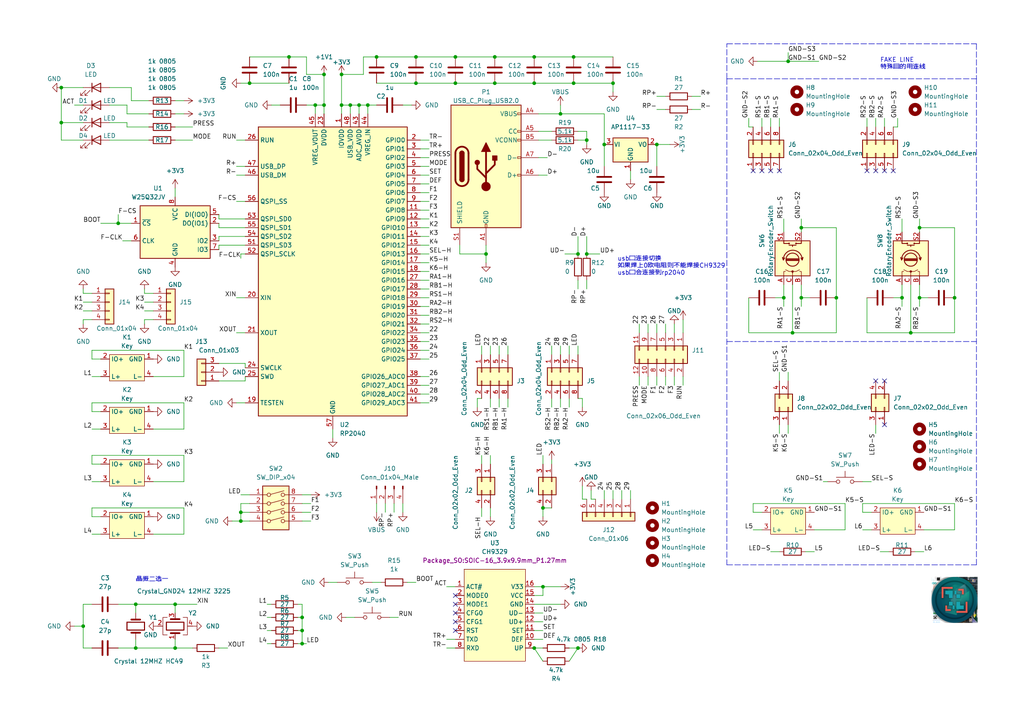
<source format=kicad_sch>
(kicad_sch (version 20211123) (generator eeschema)
  (paper "A4")
  (title_block (title "RKD-main-typec") (date "2023-01-30") (rev "35") (company "PCX-LK") (comment 1 "https://github.com/PCX-LK/RKD"))
  (junction (at 266.7 66.04))
  (junction (at 167.64 187.96))
  (junction (at 261.62 86.36))
  (junction (at 154.94 16.51))
  (junction (at 99.06 30.48))
  (junction (at 166.37 16.51))
  (junction (at 242.57 86.36))
  (junction (at 109.22 16.51))
  (junction (at 276.86 86.36))
  (junction (at 166.37 24.13))
  (junction (at 157.48 170.18))
  (junction (at 228.6 17.78))
  (junction (at 83.82 16.51))
  (junction (at 91.44 30.48))
  (junction (at 120.65 16.51))
  (junction (at 229.87 96.52))
  (junction (at 24.13 181.61))
  (junction (at 93.98 30.48))
  (junction (at 170.18 73.66))
  (junction (at 177.8 24.13))
  (junction (at 39.37 175.26))
  (junction (at 93.98 21.59))
  (junction (at 175.26 41.91))
  (junction (at 69.85 151.13))
  (junction (at 104.14 30.48))
  (junction (at 17.78 25.4))
  (junction (at 143.51 16.51))
  (junction (at 69.85 148.59))
  (junction (at 143.51 24.13))
  (junction (at 167.64 73.66))
  (junction (at 132.08 16.51))
  (junction (at 162.56 33.02))
  (junction (at 87.63 186.69))
  (junction (at 72.39 24.13))
  (junction (at 87.63 179.07))
  (junction (at 99.06 21.59))
  (junction (at 264.16 96.52))
  (junction (at 227.33 86.36))
  (junction (at 87.63 182.88))
  (junction (at 170.18 40.64))
  (junction (at 154.94 187.96))
  (junction (at 106.68 30.48))
  (junction (at 232.41 66.04))
  (junction (at 132.08 24.13))
  (junction (at 34.29 64.77))
  (junction (at 17.78 35.56))
  (junction (at 190.5 41.91))
  (junction (at 157.48 147.32))
  (junction (at 232.41 86.36))
  (junction (at 50.8 175.26))
  (junction (at 101.6 30.48))
  (junction (at 154.94 24.13))
  (junction (at 120.65 24.13))
  (junction (at 140.97 73.66))
  (junction (at 50.8 187.96))
  (junction (at 39.37 187.96))
  (junction (at 266.7 86.36))
  (no_connect (at 223.52 49.53))
  (no_connect (at 256.54 49.53))
  (no_connect (at 259.08 49.53))
  (no_connect (at 254 49.53))
  (no_connect (at 218.44 49.53))
  (no_connect (at 132.08 180.34))
  (no_connect (at 132.08 172.72))
  (no_connect (at 132.08 175.26))
  (no_connect (at 132.08 177.8))
  (no_connect (at 254 110.49))
  (no_connect (at 256.54 123.19))
  (no_connect (at 220.98 49.53))
  (no_connect (at 226.06 49.53))
  (no_connect (at 132.08 182.88))
  (no_connect (at 251.46 49.53))
  (no_connect (at 256.54 110.49))
  (wire (pts (xy 172.72 144.78) (xy 171.45 144.78)))
  (wire (pts (xy 29.21 149.86) (xy 26.67 149.86)))
  (polyline (pts (xy 210.82 99.06) (xy 283.21 99.06)))
  (wire (pts (xy 139.7 132.08) (xy 139.7 134.62)))
  (wire (pts (xy 109.22 146.05) (xy 109.22 148.59)))
  (wire (pts (xy 77.47 186.69) (xy 78.74 186.69)))
  (polyline (pts (xy 283.21 12.7) (xy 283.21 22.86)))
  (wire (pts (xy 170.18 38.1) (xy 170.18 40.64)))
  (wire (pts (xy 144.78 115.57) (xy 144.78 118.11)))
  (wire (pts (xy 276.86 86.36) (xy 276.86 96.52)))
  (wire (pts (xy 63.5 64.77) (xy 63.5 66.04)))
  (wire (pts (xy 260.35 36.83) (xy 260.35 34.29)))
  (wire (pts (xy 228.6 125.73) (xy 228.6 123.19)))
  (wire (pts (xy 121.92 60.96) (xy 124.46 60.96)))
  (wire (pts (xy 121.92 88.9) (xy 124.46 88.9)))
  (wire (pts (xy 143.51 16.51) (xy 154.94 16.51)))
  (wire (pts (xy 167.64 38.1) (xy 170.18 38.1)))
  (wire (pts (xy 72.39 24.13) (xy 83.82 24.13)))
  (wire (pts (xy 87.63 143.51) (xy 90.17 143.51)))
  (wire (pts (xy 226.06 36.83) (xy 226.06 34.29)))
  (wire (pts (xy 109.22 16.51) (xy 120.65 16.51)))
  (wire (pts (xy 166.37 24.13) (xy 177.8 24.13)))
  (wire (pts (xy 26.67 85.09) (xy 24.13 85.09)))
  (wire (pts (xy 26.67 104.14) (xy 26.67 101.6)))
  (wire (pts (xy 264.16 82.55) (xy 264.16 96.52)))
  (wire (pts (xy 266.7 86.36) (xy 266.7 82.55)))
  (wire (pts (xy 88.9 21.59) (xy 93.98 21.59)))
  (wire (pts (xy 63.5 105.41) (xy 71.12 105.41)))
  (wire (pts (xy 50.8 187.96) (xy 55.88 187.96)))
  (wire (pts (xy 140.97 71.12) (xy 140.97 73.66)))
  (wire (pts (xy 86.36 182.88) (xy 87.63 182.88)))
  (wire (pts (xy 223.52 36.83) (xy 223.52 34.29)))
  (wire (pts (xy 232.41 66.04) (xy 232.41 67.31)))
  (wire (pts (xy 36.83 33.02) (xy 43.18 33.02)))
  (wire (pts (xy 53.34 154.94) (xy 44.45 154.94)))
  (wire (pts (xy 223.52 160.02) (xy 226.06 160.02)))
  (wire (pts (xy 227.33 86.36) (xy 227.33 82.55)))
  (wire (pts (xy 63.5 71.12) (xy 71.12 71.12)))
  (wire (pts (xy 67.31 151.13) (xy 69.85 151.13)))
  (wire (pts (xy 87.63 182.88) (xy 87.63 179.07)))
  (wire (pts (xy 242.57 66.04) (xy 242.57 86.36)))
  (wire (pts (xy 36.83 30.48) (xy 36.83 33.02)))
  (wire (pts (xy 142.24 149.86) (xy 142.24 147.32)))
  (wire (pts (xy 121.92 71.12) (xy 124.46 71.12)))
  (wire (pts (xy 140.97 73.66) (xy 140.97 76.2)))
  (wire (pts (xy 190.5 41.91) (xy 190.5 48.26)))
  (wire (pts (xy 162.56 30.48) (xy 162.56 33.02)))
  (wire (pts (xy 166.37 16.51) (xy 177.8 16.51)))
  (wire (pts (xy 195.58 109.22) (xy 195.58 111.76)))
  (wire (pts (xy 154.94 177.8) (xy 157.48 177.8)))
  (wire (pts (xy 63.5 63.5) (xy 71.12 63.5)))
  (wire (pts (xy 68.58 86.36) (xy 71.12 86.36)))
  (wire (pts (xy 142.24 100.33) (xy 142.24 102.87)))
  (wire (pts (xy 233.68 160.02) (xy 236.22 160.02)))
  (wire (pts (xy 109.22 30.48) (xy 106.68 30.48)))
  (wire (pts (xy 99.06 21.59) (xy 105.41 21.59)))
  (wire (pts (xy 17.78 40.64) (xy 24.13 40.64)))
  (wire (pts (xy 252.73 148.59) (xy 250.19 148.59)))
  (wire (pts (xy 114.3 146.05) (xy 114.3 148.59)))
  (wire (pts (xy 53.34 101.6) (xy 53.34 109.22)))
  (wire (pts (xy 50.8 175.26) (xy 57.15 175.26)))
  (wire (pts (xy 250.19 148.59) (xy 250.19 146.05)))
  (wire (pts (xy 53.34 132.08) (xy 53.34 139.7)))
  (wire (pts (xy 105.41 21.59) (xy 105.41 16.51)))
  (wire (pts (xy 29.21 139.7) (xy 26.67 139.7)))
  (wire (pts (xy 157.48 147.32) (xy 160.02 147.32)))
  (polyline (pts (xy 210.82 22.86) (xy 210.82 163.83)))
  (wire (pts (xy 162.56 100.33) (xy 162.56 102.87)))
  (wire (pts (xy 121.92 83.82) (xy 124.46 83.82)))
  (wire (pts (xy 190.5 41.91) (xy 194.31 41.91)))
  (wire (pts (xy 29.21 109.22) (xy 26.67 109.22)))
  (wire (pts (xy 120.65 16.51) (xy 132.08 16.51)))
  (wire (pts (xy 147.32 100.33) (xy 147.32 102.87)))
  (wire (pts (xy 39.37 187.96) (xy 39.37 185.42)))
  (wire (pts (xy 162.56 170.18) (xy 157.48 170.18)))
  (polyline (pts (xy 210.82 12.7) (xy 283.21 12.7)))
  (wire (pts (xy 71.12 68.58) (xy 63.5 68.58)))
  (wire (pts (xy 29.21 134.62) (xy 26.67 134.62)))
  (wire (pts (xy 71.12 73.66) (xy 69.85 73.66)))
  (wire (pts (xy 147.32 115.57) (xy 147.32 118.11)))
  (wire (pts (xy 17.78 35.56) (xy 17.78 40.64)))
  (wire (pts (xy 266.7 66.04) (xy 276.86 66.04)))
  (wire (pts (xy 180.34 142.24) (xy 180.34 144.78)))
  (wire (pts (xy 63.5 187.96) (xy 66.04 187.96)))
  (wire (pts (xy 68.58 40.64) (xy 71.12 40.64)))
  (wire (pts (xy 86.36 175.26) (xy 87.63 175.26)))
  (wire (pts (xy 182.88 142.24) (xy 182.88 144.78)))
  (wire (pts (xy 252.73 153.67) (xy 250.19 153.67)))
  (wire (pts (xy 198.12 92.71) (xy 198.12 96.52)))
  (wire (pts (xy 26.67 92.71) (xy 24.13 92.71)))
  (wire (pts (xy 121.92 58.42) (xy 124.46 58.42)))
  (wire (pts (xy 162.56 115.57) (xy 162.56 118.11)))
  (wire (pts (xy 217.17 36.83) (xy 217.17 34.29)))
  (wire (pts (xy 50.8 54.61) (xy 50.8 57.15)))
  (wire (pts (xy 121.92 48.26) (xy 124.46 48.26)))
  (wire (pts (xy 182.88 49.53) (xy 182.88 52.07)))
  (wire (pts (xy 259.08 36.83) (xy 260.35 36.83)))
  (wire (pts (xy 250.19 146.05) (xy 276.86 146.05)))
  (wire (pts (xy 41.91 90.17) (xy 44.45 90.17)))
  (wire (pts (xy 227.33 88.9) (xy 227.33 86.36)))
  (wire (pts (xy 156.21 45.72) (xy 158.75 45.72)))
  (wire (pts (xy 238.76 139.7) (xy 240.03 139.7)))
  (wire (pts (xy 229.87 96.52) (xy 229.87 82.55)))
  (polyline (pts (xy 210.82 163.83) (xy 283.21 163.83)))
  (wire (pts (xy 170.18 81.28) (xy 170.18 83.82)))
  (wire (pts (xy 106.68 30.48) (xy 106.68 33.02)))
  (wire (pts (xy 229.87 96.52) (xy 217.17 96.52)))
  (wire (pts (xy 41.91 92.71) (xy 41.91 93.98)))
  (wire (pts (xy 50.8 33.02) (xy 53.34 33.02)))
  (wire (pts (xy 83.82 16.51) (xy 88.9 16.51)))
  (wire (pts (xy 24.13 85.09) (xy 24.13 83.82)))
  (wire (pts (xy 111.76 146.05) (xy 111.76 148.59)))
  (wire (pts (xy 87.63 148.59) (xy 90.17 148.59)))
  (wire (pts (xy 63.5 66.04) (xy 71.12 66.04)))
  (wire (pts (xy 142.24 132.08) (xy 142.24 134.62)))
  (wire (pts (xy 44.45 92.71) (xy 41.91 92.71)))
  (wire (pts (xy 99.06 21.59) (xy 99.06 30.48)))
  (wire (pts (xy 69.85 146.05) (xy 69.85 148.59)))
  (wire (pts (xy 245.11 146.05) (xy 245.11 153.67)))
  (wire (pts (xy 88.9 16.51) (xy 88.9 21.59)))
  (wire (pts (xy 87.63 175.26) (xy 87.63 179.07)))
  (wire (pts (xy 171.45 144.78) (xy 171.45 142.24)))
  (wire (pts (xy 26.67 119.38) (xy 26.67 116.84)))
  (wire (pts (xy 36.83 35.56) (xy 36.83 36.83)))
  (wire (pts (xy 104.14 30.48) (xy 106.68 30.48)))
  (wire (pts (xy 245.11 153.67) (xy 236.22 153.67)))
  (wire (pts (xy 69.85 151.13) (xy 72.39 151.13)))
  (wire (pts (xy 259.08 86.36) (xy 261.62 86.36)))
  (wire (pts (xy 24.13 30.48) (xy 21.59 30.48)))
  (wire (pts (xy 116.84 146.05) (xy 116.84 148.59)))
  (wire (pts (xy 121.92 116.84) (xy 124.46 116.84)))
  (wire (pts (xy 107.95 168.91) (xy 110.49 168.91)))
  (wire (pts (xy 121.92 55.88) (xy 124.46 55.88)))
  (wire (pts (xy 39.37 187.96) (xy 50.8 187.96)))
  (wire (pts (xy 87.63 186.69) (xy 88.9 186.69)))
  (wire (pts (xy 53.34 29.21) (xy 50.8 29.21)))
  (wire (pts (xy 121.92 45.72) (xy 124.46 45.72)))
  (wire (pts (xy 121.92 111.76) (xy 124.46 111.76)))
  (wire (pts (xy 63.5 63.5) (xy 63.5 62.23)))
  (wire (pts (xy 154.94 175.26) (xy 162.56 175.26)))
  (wire (pts (xy 121.92 81.28) (xy 124.46 81.28)))
  (wire (pts (xy 168.91 140.97) (xy 168.91 144.78)))
  (wire (pts (xy 78.74 30.48) (xy 81.28 30.48)))
  (wire (pts (xy 69.85 73.66) (xy 69.85 74.93)))
  (wire (pts (xy 41.91 87.63) (xy 44.45 87.63)))
  (wire (pts (xy 17.78 35.56) (xy 24.13 35.56)))
  (wire (pts (xy 170.18 73.66) (xy 173.99 73.66)))
  (wire (pts (xy 53.34 139.7) (xy 44.45 139.7)))
  (wire (pts (xy 69.85 24.13) (xy 72.39 24.13)))
  (wire (pts (xy 93.98 21.59) (xy 93.98 30.48)))
  (wire (pts (xy 198.12 109.22) (xy 198.12 111.76)))
  (wire (pts (xy 26.67 101.6) (xy 53.34 101.6)))
  (wire (pts (xy 86.36 179.07) (xy 87.63 179.07)))
  (wire (pts (xy 129.54 170.18) (xy 132.08 170.18)))
  (wire (pts (xy 261.62 88.9) (xy 261.62 86.36)))
  (wire (pts (xy 232.41 66.04) (xy 242.57 66.04)))
  (wire (pts (xy 154.94 170.18) (xy 157.48 170.18)))
  (wire (pts (xy 190.5 109.22) (xy 190.5 111.76)))
  (polyline (pts (xy 283.21 163.83) (xy 283.21 22.86)))
  (wire (pts (xy 121.92 91.44) (xy 124.46 91.44)))
  (wire (pts (xy 254 125.73) (xy 254 123.19)))
  (wire (pts (xy 157.48 149.86) (xy 157.48 147.32)))
  (wire (pts (xy 50.8 40.64) (xy 55.88 40.64)))
  (wire (pts (xy 232.41 86.36) (xy 234.95 86.36)))
  (wire (pts (xy 29.21 64.77) (xy 34.29 64.77)))
  (wire (pts (xy 29.21 154.94) (xy 26.67 154.94)))
  (wire (pts (xy 129.54 185.42) (xy 132.08 185.42)))
  (wire (pts (xy 50.8 175.26) (xy 50.8 177.8)))
  (wire (pts (xy 71.12 109.22) (xy 71.12 110.49)))
  (wire (pts (xy 105.41 16.51) (xy 109.22 16.51)))
  (wire (pts (xy 276.86 96.52) (xy 264.16 96.52)))
  (wire (pts (xy 218.44 148.59) (xy 218.44 146.05)))
  (wire (pts (xy 200.66 27.94) (xy 203.2 27.94)))
  (wire (pts (xy 71.12 105.41) (xy 71.12 106.68)))
  (wire (pts (xy 96.52 124.46) (xy 96.52 127)))
  (wire (pts (xy 24.13 90.17) (xy 26.67 90.17)))
  (wire (pts (xy 132.08 24.13) (xy 143.51 24.13)))
  (wire (pts (xy 143.51 24.13) (xy 154.94 24.13)))
  (wire (pts (xy 251.46 86.36) (xy 251.46 96.52)))
  (wire (pts (xy 104.14 30.48) (xy 104.14 33.02)))
  (wire (pts (xy 157.48 182.88) (xy 154.94 182.88)))
  (wire (pts (xy 185.42 93.98) (xy 185.42 96.52)))
  (wire (pts (xy 129.54 187.96) (xy 132.08 187.96)))
  (wire (pts (xy 160.02 115.57) (xy 160.02 118.11)))
  (wire (pts (xy 101.6 30.48) (xy 104.14 30.48)))
  (wire (pts (xy 224.79 86.36) (xy 227.33 86.36)))
  (wire (pts (xy 53.34 124.46) (xy 44.45 124.46)))
  (wire (pts (xy 165.1 115.57) (xy 165.1 118.11)))
  (wire (pts (xy 109.22 24.13) (xy 120.65 24.13)))
  (wire (pts (xy 220.98 153.67) (xy 218.44 153.67)))
  (wire (pts (xy 31.75 30.48) (xy 36.83 30.48)))
  (wire (pts (xy 121.92 63.5) (xy 124.46 63.5)))
  (wire (pts (xy 154.94 187.96) (xy 157.48 191.77)))
  (wire (pts (xy 162.56 33.02) (xy 175.26 33.02)))
  (wire (pts (xy 121.92 78.74) (xy 124.46 78.74)))
  (wire (pts (xy 121.92 99.06) (xy 124.46 99.06)))
  (wire (pts (xy 156.21 33.02) (xy 162.56 33.02)))
  (wire (pts (xy 232.41 86.36) (xy 232.41 82.55)))
  (wire (pts (xy 39.37 175.26) (xy 50.8 175.26)))
  (wire (pts (xy 157.48 132.08) (xy 157.48 134.62)))
  (wire (pts (xy 193.04 109.22) (xy 193.04 111.76)))
  (wire (pts (xy 63.5 72.39) (xy 63.5 71.12)))
  (wire (pts (xy 251.46 36.83) (xy 251.46 34.29)))
  (wire (pts (xy 88.9 30.48) (xy 91.44 30.48)))
  (wire (pts (xy 165.1 191.77) (xy 167.64 187.96)))
  (wire (pts (xy 17.78 25.4) (xy 17.78 35.56)))
  (wire (pts (xy 87.63 146.05) (xy 90.17 146.05)))
  (wire (pts (xy 38.1 29.21) (xy 38.1 25.4)))
  (wire (pts (xy 177.8 142.24) (xy 177.8 144.78)))
  (wire (pts (xy 218.44 36.83) (xy 217.17 36.83)))
  (wire (pts (xy 99.06 30.48) (xy 101.6 30.48)))
  (wire (pts (xy 200.66 31.75) (xy 203.2 31.75)))
  (wire (pts (xy 160.02 133.35) (xy 160.02 134.62)))
  (wire (pts (xy 68.58 50.8) (xy 71.12 50.8)))
  (wire (pts (xy 250.19 139.7) (xy 252.73 139.7)))
  (wire (pts (xy 276.86 146.05) (xy 276.86 153.67)))
  (wire (pts (xy 154.94 187.96) (xy 157.48 187.96)))
  (wire (pts (xy 154.94 16.51) (xy 166.37 16.51)))
  (wire (pts (xy 177.8 24.13) (xy 177.8 26.67)))
  (wire (pts (xy 266.7 63.5) (xy 266.7 66.04)))
  (wire (pts (xy 69.85 148.59) (xy 72.39 148.59)))
  (wire (pts (xy 217.17 96.52) (xy 217.17 86.36)))
  (wire (pts (xy 154.94 185.42) (xy 157.48 185.42)))
  (wire (pts (xy 139.7 100.33) (xy 139.7 102.87)))
  (wire (pts (xy 228.6 15.24) (xy 228.6 17.78)))
  (wire (pts (xy 24.13 175.26) (xy 24.13 181.61)))
  (wire (pts (xy 26.67 149.86) (xy 26.67 147.32)))
  (wire (pts (xy 265.43 160.02) (xy 267.97 160.02)))
  (wire (pts (xy 163.83 73.66) (xy 167.64 73.66)))
  (wire (pts (xy 121.92 68.58) (xy 124.46 68.58)))
  (wire (pts (xy 228.6 17.78) (xy 237.49 17.78)))
  (wire (pts (xy 175.26 41.91) (xy 175.26 48.26)))
  (wire (pts (xy 187.96 93.98) (xy 187.96 96.52)))
  (wire (pts (xy 220.98 148.59) (xy 218.44 148.59)))
  (wire (pts (xy 228.6 107.95) (xy 228.6 110.49)))
  (wire (pts (xy 154.94 172.72) (xy 157.48 172.72)))
  (wire (pts (xy 26.67 175.26) (xy 24.13 175.26)))
  (wire (pts (xy 69.85 148.59) (xy 69.85 151.13)))
  (wire (pts (xy 175.26 33.02) (xy 175.26 41.91)))
  (wire (pts (xy 121.92 101.6) (xy 124.46 101.6)))
  (wire (pts (xy 165.1 100.33) (xy 165.1 102.87)))
  (wire (pts (xy 113.03 179.07) (xy 115.57 179.07)))
  (wire (pts (xy 121.92 73.66) (xy 124.46 73.66)))
  (wire (pts (xy 31.75 35.56) (xy 36.83 35.56)))
  (wire (pts (xy 254 36.83) (xy 254 34.29)))
  (wire (pts (xy 17.78 25.4) (xy 24.13 25.4)))
  (wire (pts (xy 39.37 175.26) (xy 39.37 177.8)))
  (polyline (pts (xy 210.82 22.86) (xy 283.21 22.86)))
  (wire (pts (xy 168.91 115.57) (xy 168.91 118.11)))
  (wire (pts (xy 132.08 16.51) (xy 143.51 16.51)))
  (wire (pts (xy 72.39 16.51) (xy 83.82 16.51)))
  (wire (pts (xy 170.18 68.58) (xy 170.18 73.66)))
  (wire (pts (xy 77.47 179.07) (xy 78.74 179.07)))
  (wire (pts (xy 34.29 64.77) (xy 38.1 64.77)))
  (wire (pts (xy 170.18 40.64) (xy 170.18 41.91)))
  (wire (pts (xy 68.58 96.52) (xy 71.12 96.52)))
  (wire (pts (xy 167.64 68.58) (xy 167.64 73.66)))
  (wire (pts (xy 218.44 146.05) (xy 245.11 146.05)))
  (wire (pts (xy 220.98 36.83) (xy 220.98 34.29)))
  (wire (pts (xy 91.44 30.48) (xy 91.44 33.02)))
  (wire (pts (xy 99.06 33.02) (xy 99.06 30.48)))
  (wire (pts (xy 142.24 115.57) (xy 142.24 118.11)))
  (wire (pts (xy 36.83 36.83) (xy 43.18 36.83)))
  (wire (pts (xy 41.91 83.82) (xy 41.91 85.09)))
  (wire (pts (xy 87.63 186.69) (xy 87.63 182.88)))
  (wire (pts (xy 255.27 160.02) (xy 257.81 160.02)))
  (wire (pts (xy 219.71 17.78) (xy 228.6 17.78)))
  (wire (pts (xy 167.64 81.28) (xy 167.64 83.82)))
  (wire (pts (xy 26.67 147.32) (xy 53.34 147.32)))
  (wire (pts (xy 167.64 40.64) (xy 170.18 40.64)))
  (wire (pts (xy 95.25 168.91) (xy 97.79 168.91)))
  (wire (pts (xy 53.34 116.84) (xy 53.34 124.46)))
  (wire (pts (xy 121.92 43.18) (xy 124.46 43.18)))
  (wire (pts (xy 69.85 146.05) (xy 72.39 146.05)))
  (wire (pts (xy 21.59 181.61) (xy 24.13 181.61)))
  (wire (pts (xy 167.64 115.57) (xy 168.91 115.57)))
  (wire (pts (xy 77.47 175.26) (xy 78.74 175.26)))
  (wire (pts (xy 261.62 86.36) (xy 261.62 82.55)))
  (wire (pts (xy 63.5 110.49) (xy 71.12 110.49)))
  (wire (pts (xy 227.33 67.31) (xy 227.33 63.5)))
  (wire (pts (xy 139.7 115.57) (xy 138.43 115.57)))
  (wire (pts (xy 86.36 186.69) (xy 87.63 186.69)))
  (wire (pts (xy 121.92 93.98) (xy 124.46 93.98)))
  (wire (pts (xy 121.92 76.2) (xy 124.46 76.2)))
  (wire (pts (xy 34.29 62.23) (xy 34.29 64.77)))
  (wire (pts (xy 133.35 73.66) (xy 140.97 73.66)))
  (wire (pts (xy 261.62 67.31) (xy 261.62 63.5)))
  (wire (pts (xy 120.65 24.13) (xy 132.08 24.13)))
  (wire (pts (xy 34.29 187.96) (xy 39.37 187.96)))
  (wire (pts (xy 242.57 96.52) (xy 229.87 96.52)))
  (wire (pts (xy 35.56 69.85) (xy 38.1 69.85)))
  (wire (pts (xy 121.92 40.64) (xy 124.46 40.64)))
  (wire (pts (xy 77.47 182.88) (xy 78.74 182.88)))
  (wire (pts (xy 53.34 147.32) (xy 53.34 154.94)))
  (wire (pts (xy 266.7 88.9) (xy 266.7 86.36)))
  (wire (pts (xy 139.7 149.86) (xy 139.7 147.32)))
  (wire (pts (xy 133.35 71.12) (xy 133.35 73.66)))
  (wire (pts (xy 187.96 109.22) (xy 187.96 111.76)))
  (wire (pts (xy 154.94 24.13) (xy 166.37 24.13)))
  (wire (pts (xy 154.94 180.34) (xy 157.48 180.34)))
  (wire (pts (xy 226.06 107.95) (xy 226.06 110.49)))
  (wire (pts (xy 242.57 86.36) (xy 242.57 96.52)))
  (wire (pts (xy 266.7 86.36) (xy 269.24 86.36)))
  (wire (pts (xy 226.06 125.73) (xy 226.06 123.19)))
  (wire (pts (xy 121.92 50.8) (xy 124.46 50.8)))
  (wire (pts (xy 43.18 29.21) (xy 38.1 29.21)))
  (wire (pts (xy 29.21 119.38) (xy 26.67 119.38)))
  (wire (pts (xy 232.41 88.9) (xy 232.41 86.36)))
  (wire (pts (xy 69.85 143.51) (xy 72.39 143.51)))
  (wire (pts (xy 157.48 172.72) (xy 157.48 170.18)))
  (wire (pts (xy 185.42 109.22) (xy 185.42 111.76)))
  (wire (pts (xy 29.21 104.14) (xy 26.67 104.14)))
  (wire (pts (xy 50.8 36.83) (xy 55.88 36.83)))
  (wire (pts (xy 190.5 31.75) (xy 193.04 31.75)))
  (wire (pts (xy 121.92 109.22) (xy 124.46 109.22)))
  (wire (pts (xy 156.21 40.64) (xy 160.02 40.64)))
  (wire (pts (xy 24.13 87.63) (xy 26.67 87.63)))
  (wire (pts (xy 63.5 68.58) (xy 63.5 69.85)))
  (wire (pts (xy 168.91 144.78) (xy 170.18 144.78)))
  (wire (pts (xy 156.21 38.1) (xy 160.02 38.1)))
  (wire (pts (xy 144.78 100.33) (xy 144.78 102.87)))
  (wire (pts (xy 118.11 168.91) (xy 120.65 168.91)))
  (wire (pts (xy 256.54 36.83) (xy 256.54 34.29)))
  (wire (pts (xy 24.13 181.61) (xy 24.13 187.96)))
  (wire (pts (xy 31.75 25.4) (xy 38.1 25.4)))
  (wire (pts (xy 24.13 92.71) (xy 24.13 93.98)))
  (wire (pts (xy 193.04 93.98) (xy 193.04 96.52)))
  (polyline (pts (xy 210.82 22.86) (xy 210.82 12.7)))
  (wire (pts (xy 190.5 27.94) (xy 193.04 27.94)))
  (wire (pts (xy 190.5 93.98) (xy 190.5 96.52)))
  (wire (pts (xy 165.1 187.96) (xy 167.64 187.96)))
  (wire (pts (xy 121.92 114.3) (xy 124.46 114.3)))
  (wire (pts (xy 195.58 93.98) (xy 195.58 96.52)))
  (wire (pts (xy 93.98 33.02) (xy 93.98 30.48)))
  (wire (pts (xy 160.02 100.33) (xy 160.02 102.87)))
  (wire (pts (xy 34.29 175.26) (xy 39.37 175.26)))
  (wire (pts (xy 276.86 153.67) (xy 267.97 153.67)))
  (wire (pts (xy 121.92 66.04) (xy 124.46 66.04)))
  (wire (pts (xy 116.84 30.48) (xy 119.38 30.48)))
  (wire (pts (xy 101.6 30.48) (xy 101.6 33.02)))
  (wire (pts (xy 68.58 48.26) (xy 71.12 48.26)))
  (wire (pts (xy 50.8 185.42) (xy 50.8 187.96)))
  (wire (pts (xy 138.43 115.57) (xy 138.43 118.11)))
  (wire (pts (xy 156.21 50.8) (xy 158.75 50.8)))
  (wire (pts (xy 68.58 116.84) (xy 71.12 116.84)))
  (wire (pts (xy 93.98 30.48) (xy 91.44 30.48)))
  (wire (pts (xy 232.41 63.5) (xy 232.41 66.04)))
  (wire (pts (xy 41.91 85.09) (xy 44.45 85.09)))
  (wire (pts (xy 121.92 96.52) (xy 124.46 96.52)))
  (wire (pts (xy 87.63 151.13) (xy 90.17 151.13)))
  (wire (pts (xy 26.67 132.08) (xy 53.34 132.08)))
  (wire (pts (xy 266.7 66.04) (xy 266.7 67.31)))
  (wire (pts (xy 26.67 134.62) (xy 26.67 132.08)))
  (wire (pts (xy 251.46 96.52) (xy 264.16 96.52)))
  (wire (pts (xy 31.75 40.64) (xy 43.18 40.64)))
  (wire (pts (xy 29.21 124.46) (xy 26.67 124.46)))
  (wire (pts (xy 167.64 100.33) (xy 167.64 102.87)))
  (wire (pts (xy 26.67 116.84) (xy 53.34 116.84)))
  (wire (pts (xy 121.92 104.14) (xy 124.46 104.14)))
  (wire (pts (xy 68.58 58.42) (xy 71.12 58.42)))
  (wire (pts (xy 121.92 53.34) (xy 124.46 53.34)))
  (wire (pts (xy 24.13 187.96) (xy 26.67 187.96)))
  (wire (pts (xy 100.33 179.07) (xy 102.87 179.07)))
  (wire (pts (xy 121.92 86.36) (xy 124.46 86.36)))
  (wire (pts (xy 175.26 142.24) (xy 175.26 144.78)))
  (wire (pts (xy 276.86 66.04) (xy 276.86 86.36)))
  (wire (pts (xy 53.34 109.22) (xy 44.45 109.22)))
  (image (at 276.86 173.99) (scale 0.145832))
  (text "usb口连接切换\n如果焊上0欧电阻则不能焊接CH9329\nusb口会连接到rp2040" (at 179.07 80.01 0) (effects (font (size 1.27 1.27)) (justify left bottom)))
  (text "晶振二选一" (at 39.37 168.91 0) (effects (font (size 1.27 1.27)) (justify left bottom)))
  (text "FAKE LINE\n特殊目的用连线" (at 255.27 20.32 0) (effects (font (size 1.27 1.27)) (justify left bottom)))
  (label "RUN" (at 68.58 40.64 180))
  (label "22" (at 142.24 100.33 90))
  (label "L3" (at 77.47 182.88 180))
  (label "R-" (at 203.2 31.75 0))
  (label "24" (at 175.26 142.24 90))
  (label "BOOT" (at 29.21 64.77 180))
  (label "RB2-H" (at 162.56 118.11 270))
  (label "29" (at 165.1 100.33 90))
  (label "UD+" (at 173.99 73.66 0))
  (label "PRESS" (at 55.88 36.83 0))
  (label "RS2-H" (at 160.02 118.11 270))
  (label "K4" (at 41.91 90.17 180))
  (label "F1" (at 124.46 55.88 0))
  (label "RP+" (at 190.5 27.94 180))
  (label "22" (at 185.42 93.98 90))
  (label "25" (at 124.46 104.14 0))
  (label "K6-S" (at 228.6 125.73 270))
  (label "L6" (at 267.97 160.02 0))
  (label "R-" (at 68.58 50.8 180))
  (label "RA2-H" (at 124.46 88.9 0))
  (label "L5" (at 218.44 153.67 180))
  (label "GND-S1" (at 238.76 139.7 180))
  (label "GND-S1" (at 228.6 107.95 90))
  (label "K6-H" (at 142.24 132.08 90))
  (label "RA1-H" (at 124.46 81.28 0))
  (label "F1" (at 90.17 146.05 0))
  (label "K2" (at 124.46 66.04 0))
  (label "GND-S1" (at 267.97 148.59 0))
  (label "RA2-S" (at 256.54 34.29 90))
  (label "27" (at 193.04 93.98 90))
  (label "L2" (at 77.47 179.07 180))
  (label "PRESS" (at 124.46 45.72 0))
  (label "RP-" (at 111.76 148.59 270))
  (label "RS2-S" (at 251.46 34.29 90))
  (label "RB1-S" (at 223.52 34.29 90))
  (label "28" (at 162.56 100.33 90))
  (label "RP+" (at 170.18 83.82 270))
  (label "UD-" (at 163.83 73.66 180))
  (label "LED-S" (at 254 125.73 270))
  (label "LED" (at 88.9 186.69 0))
  (label "RP+" (at 114.3 148.59 270))
  (label "24" (at 160.02 100.33 90))
  (label "TR+" (at 124.46 43.18 0))
  (label "22" (at 124.46 96.52 0))
  (label "RB2-S" (at 254 34.29 90))
  (label "SEL-S" (at 252.73 139.7 0))
  (label "RB2-S" (at 266.7 88.9 270))
  (label "RB1-H" (at 124.46 83.82 0))
  (label "F-CS" (at 68.58 58.42 180))
  (label "RS1-S" (at 220.98 34.29 90))
  (label "RA1-H" (at 147.32 118.11 270))
  (label "BOOT" (at 120.65 168.91 0))
  (label "28" (at 124.46 114.3 0))
  (label "L5" (at 236.22 160.02 0))
  (label "LED" (at 139.7 100.33 90))
  (label "RB1-S" (at 232.41 88.9 270))
  (label "K4" (at 53.34 147.32 0))
  (label "UD+" (at 157.48 180.34 0))
  (label "RS1-S" (at 227.33 63.5 90))
  (label "R+" (at 203.2 27.94 0))
  (label "XOUT" (at 68.58 96.52 180))
  (label "K3" (at 53.34 132.08 0))
  (label "26" (at 124.46 109.22 0))
  (label "F3" (at 124.46 60.96 0))
  (label "L6" (at 250.19 153.67 180))
  (label "K5-H" (at 139.7 132.08 90))
  (label "RB1-H" (at 144.78 118.11 270))
  (label "K3" (at 41.91 87.63 180))
  (label "24" (at 124.46 101.6 0))
  (label "PRESS" (at 185.42 111.76 270))
  (label "RS1-H" (at 142.24 118.11 270))
  (label "SEL-H" (at 139.7 149.86 270))
  (label "K5-S" (at 245.11 146.05 0))
  (label "L3" (at 26.67 139.7 180))
  (label "28" (at 180.34 142.24 90))
  (label "L4" (at 26.67 154.94 180))
  (label "27" (at 124.46 111.76 0))
  (label "F-CLK" (at 69.85 74.93 180))
  (label "29" (at 182.88 142.24 90))
  (label "23" (at 144.78 100.33 90))
  (label "XIN" (at 57.15 175.26 0))
  (label "K2" (at 53.34 116.84 0))
  (label "25" (at 177.8 142.24 90))
  (label "D+" (at 158.75 50.8 0))
  (label "GND-S1" (at 236.22 148.59 0))
  (label "DEF" (at 124.46 53.34 0))
  (label "K4" (at 124.46 71.12 0))
  (label "R+" (at 68.58 48.26 180))
  (label "F1" (at 190.5 111.76 270))
  (label "RS1-H" (at 124.46 86.36 0))
  (label "MODE" (at 187.96 111.76 270))
  (label "LED" (at 167.64 100.33 90))
  (label "SET" (at 157.48 182.88 0))
  (label "LED-S" (at 255.27 160.02 180))
  (label "UD-" (at 157.48 177.8 0))
  (label "K1" (at 124.46 63.5 0))
  (label "F-CLK" (at 35.56 69.85 180))
  (label "26" (at 147.32 100.33 90))
  (label "SEL-H" (at 124.46 73.66 0))
  (label "DEF" (at 157.48 185.42 0))
  (label "TR-" (at 129.54 187.96 180))
  (label "23" (at 187.96 93.98 90))
  (label "XOUT" (at 66.04 187.96 0))
  (label "F-CS" (at 34.29 62.23 0))
  (label "MODE" (at 124.46 48.26 0))
  (label "F2" (at 193.04 111.76 270))
  (label "K5-H" (at 124.46 76.2 0))
  (label "GND-S2" (at 217.17 34.29 90))
  (label "F3" (at 195.58 111.76 270))
  (label "SEL-S" (at 226.06 107.95 90))
  (label "F2" (at 124.46 58.42 0))
  (label "MODE" (at 55.88 40.64 0))
  (label "GND-S3" (at 260.35 34.29 90))
  (label "K3" (at 124.46 68.58 0))
  (label "K2" (at 24.13 90.17 180))
  (label "ACT" (at 129.54 170.18 180))
  (label "RS2-H" (at 124.46 93.98 0))
  (label "D-" (at 158.75 45.72 0))
  (label "TR-" (at 124.46 40.64 0))
  (label "RP-" (at 190.5 31.75 180))
  (label "GND-S3" (at 228.6 15.24 0))
  (label "29" (at 124.46 116.84 0))
  (label "SET" (at 124.46 50.8 0))
  (label "L1" (at 26.67 109.22 180))
  (label "F3" (at 90.17 151.13 0))
  (label "RP-" (at 167.64 83.82 270))
  (label "RA1-S" (at 226.06 34.29 90))
  (label "RA1-S" (at 227.33 88.9 270))
  (label "K1" (at 24.13 87.63 180))
  (label "L2" (at 26.67 124.46 180))
  (label "RA2-S" (at 261.62 88.9 270))
  (label "RB2-H" (at 124.46 91.44 0))
  (label "GND-S1" (at 228.6 17.78 0))
  (label "23" (at 124.46 99.06 0))
  (label "K6-H" (at 124.46 78.74 0))
  (label "D+" (at 170.18 68.58 90))
  (label "LED-S" (at 223.52 160.02 180))
  (label "GND-S2" (at 232.41 63.5 90))
  (label "L1" (at 77.47 175.26 180))
  (label "LED" (at 157.48 132.08 90))
  (label "D-" (at 167.64 68.58 90))
  (label "F2" (at 90.17 148.59 0))
  (label "K5-S" (at 226.06 125.73 270))
  (label "L4" (at 77.47 186.69 180))
  (label "RUN" (at 115.57 179.07 0))
  (label "XIN" (at 68.58 86.36 180))
  (label "RS2-S" (at 261.62 63.5 90))
  (label "26" (at 190.5 93.98 90))
  (label "LED" (at 69.85 143.51 180))
  (label "GND-S3" (at 266.7 63.5 90))
  (label "RA2-H" (at 165.1 118.11 270))
  (label "TR+" (at 129.54 185.42 180))
  (label "GND-S2" (at 237.49 17.78 0))
  (label "RUN" (at 198.12 111.76 270))
  (label "K6-S" (at 276.86 146.05 0))
  (label "K1" (at 53.34 101.6 0))
  (label "ACT" (at 21.59 30.48 180))
  (symbol (lib_id "Device:R") (at 196.85 31.75 270) (unit 1)
    (property "Reference" "R2" (at 196.85 36.83 90))
    (property "Value" "27" (at 196.85 34.29 90))
    (property "Footprint" "Resistor_SMD:R_0805_2012Metric" (effects hide))
  )
  (symbol (lib_id "power:+1V1") (at 93.98 21.59 0) (unit 1)
    (property "Reference" "#PWR0109" (effects hide))
    (property "Value" "+1V1" (at 93.98 16.51 0))
  )
  (symbol (lib_id "power:+3V3") (at 53.34 29.21 270) (unit 1)
    (property "Reference" "#PWR04" (effects hide))
    (property "Value" "+3V3" (at 57.15 29.2101 90) (effects (justify left)))
  )
  (symbol (lib_id "power:GND") (at 44.45 149.86 90) (mirror x) (unit 1)
    (property "Reference" "#PWR0128" (effects hide))
    (property "Value" "GND" (at 48.26 149.8599 90) (effects (justify right)))
  )
  (symbol (lib_id "power:GND") (at 167.64 187.96 90) (unit 1)
    (property "Reference" "#PWR0114" (effects hide))
    (property "Value" "GND" (at 171.45 187.9599 90) (effects (justify right)))
  )
  (symbol (lib_id "Device:R") (at 46.99 29.21 90) (unit 1)
    (property "Reference" "R13" (at 46.99 29.21 90))
    (property "Value" "1k 0805" (at 46.99 17.78 90))
    (property "Footprint" "Resistor_SMD:R_0805_2012Metric" (effects hide))
  )
  (symbol (lib_name "Key_3") (lib_id "Key:Key") (at 260.35 151.13 0) (unit 1)
    (property "Reference" "K6" (at 260.35 142.24 0))
    (property "Value" "Key" (at 260.35 144.78 0))
    (property "Footprint" "foot:Key" (effects hide))
  )
  (symbol (lib_id "Device:C") (at 83.82 20.32 180) (unit 1)
    (property "Reference" "C8" (at 87.63 22.86 0) (effects (justify right)))
    (property "Value" "100n" (at 87.63 25.4 0) (effects (justify right)))
    (property "Footprint" "Capacitor_SMD:C_0805_2012Metric" (effects hide))
  )
  (symbol (lib_id "Switch:SW_Push") (at 107.95 179.07 0) (unit 1)
    (property "Reference" "SW5" (at 107.95 171.45 0))
    (property "Value" "SW_Push" (at 107.95 173.99 0))
    (property "Footprint" "Button_Switch_SMD:SW_Push_1P1T_NO_6x6mm_H9.5mm" (effects hide))
  )
  (symbol (lib_id "Mechanical:MountingHole") (at 266.7 129.54 0) (unit 1)
    (property "Reference" "H6" (at 269.24 128.2699 0) (effects (justify left)))
    (property "Value" "MountingHole" (at 269.24 130.8099 0) (effects (justify left)))
    (property "Footprint" "foot:HO" (effects hide))
  )
  (symbol (lib_id "Mechanical:MountingHole") (at 265.43 26.67 0) (unit 1)
    (property "Reference" "H10" (at 267.97 25.3999 0) (effects (justify left)))
    (property "Value" "MountingHole" (at 267.97 27.9399 0) (effects (justify left)))
    (property "Footprint" "foot:HO" (effects hide))
  )
  (symbol (lib_id "Mechanical:MountingHole") (at 266.7 124.46 0) (unit 1)
    (property "Reference" "H5" (at 269.24 123.1899 0) (effects (justify left)))
    (property "Value" "MountingHole" (at 269.24 125.7299 0) (effects (justify left)))
    (property "Footprint" "foot:HO" (effects hide))
  )
  (symbol (lib_id "Device:R") (at 114.3 168.91 90) (unit 1)
    (property "Reference" "R15" (at 114.3 162.56 90))
    (property "Value" "1k" (at 114.3 165.1 90))
    (property "Footprint" "Resistor_SMD:R_0805_2012Metric" (effects hide))
  )
  (symbol (lib_id "Mechanical:MountingHole") (at 189.23 147.32 0) (unit 1)
    (property "Reference" "H1" (at 191.77 146.0499 0) (effects (justify left)))
    (property "Value" "MountingHole" (at 191.77 148.5899 0) (effects (justify left)))
    (property "Footprint" "foot:HO" (effects hide))
  )
  (symbol (lib_id "power:GND") (at 95.25 168.91 270) (unit 1)
    (property "Reference" "#PWR0141" (effects hide))
    (property "Value" "GND" (at 91.44 168.9099 90) (effects (justify right)))
  )
  (symbol (lib_id "Connector_Generic:Conn_01x06") (at 177.8 149.86 270) (unit 1)
    (property "Reference" "J12" (at 176.53 153.67 90))
    (property "Value" "Conn_01x06" (at 176.53 156.21 90))
    (property "Footprint" "Connector_PinHeader_2.54mm:PinHeader_1x06_P2.54mm_Vertical" (effects hide))
  )
  (symbol (lib_id "power:+3V3") (at 99.06 21.59 0) (unit 1)
    (property "Reference" "#PWR0110" (effects hide))
    (property "Value" "+3V3" (at 99.06 18.034 0))
  )
  (symbol (lib_id "Mechanical:MountingHole") (at 231.14 31.75 0) (unit 1)
    (property "Reference" "H9" (at 233.68 30.4799 0) (effects (justify left)))
    (property "Value" "MountingHole" (at 233.68 33.0199 0) (effects (justify left)))
    (property "Footprint" "foot:HO" (effects hide))
  )
  (symbol (lib_id "Connector_Generic:Conn_02x04_Odd_Even") (at 254 44.45 90) (unit 1)
    (property "Reference" "J9" (at 261.62 41.9099 90) (effects (justify right)))
    (property "Value" "Conn_02x04_Odd_Even" (at 261.62 44.4499 90) (effects (justify right)))
    (property "Footprint" "Connector_PinSocket_2.54mm:PinSocket_2x04_P2.54mm_Horizontal" (effects hide))
  )
  (symbol (lib_id "Device:R") (at 261.62 160.02 90) (unit 1)
    (property "Reference" "R11" (at 261.62 158.115 90))
    (property "Value" "27" (at 261.62 160.02 90))
    (property "Footprint" "Resistor_SMD:R_0805_2012Metric" (effects hide))
  )
  (symbol (lib_name "Key_3") (lib_id "Key:Key") (at 36.83 152.4 0) (unit 1)
    (property "Reference" "K4" (at 36.83 143.51 0))
    (property "Value" "Key" (at 36.83 146.05 0))
    (property "Footprint" "foot:Key" (effects hide))
  )
  (symbol (lib_id "Device:C") (at 30.48 175.26 90) (unit 1)
    (property "Reference" "C3" (at 30.48 167.64 90))
    (property "Value" "27p" (at 30.48 170.18 90))
    (property "Footprint" "Capacitor_SMD:C_0805_2012Metric" (effects hide))
  )
  (symbol (lib_id "power:GND") (at 50.8 77.47 0) (unit 1)
    (property "Reference" "#PWR0107" (effects hide))
    (property "Value" "GND" (at 50.8 82.55 0))
  )
  (symbol (lib_id "Device:C") (at 109.22 20.32 0) (unit 1)
    (property "Reference" "C9" (at 113.03 19.0499 0) (effects (justify left)))
    (property "Value" "100n" (at 113.03 21.5899 0) (effects (justify left)))
    (property "Footprint" "Capacitor_SMD:C_0805_2012Metric" (effects hide))
  )
  (symbol (lib_id "power:GND") (at 175.26 55.88 0) (mirror y) (unit 1)
    (property "Reference" "#PWR0102" (effects hide))
    (property "Value" "GND" (at 175.26 59.69 0))
  )
  (symbol (lib_id "power:+3V3") (at 160.02 133.35 0) (mirror y) (unit 1)
    (property "Reference" "#PWR0129" (effects hide))
    (property "Value" "+3V3" (at 160.02 128.27 0))
  )
  (symbol (lib_id "Device:R") (at 163.83 40.64 90) (unit 1)
    (property "Reference" "R20" (at 163.83 43.18 90))
    (property "Value" "5.1k" (at 163.83 40.64 90))
    (property "Footprint" "Resistor_SMD:R_0805_2012Metric" (effects hide))
  )
  (symbol (lib_id "Device:C") (at 255.27 86.36 270) (unit 1)
    (property "Reference" "C18" (at 255.27 78.74 90))
    (property "Value" "100n" (at 255.27 81.28 90))
    (property "Footprint" "Capacitor_SMD:C_0805_2012Metric" (effects hide))
  )
  (symbol (lib_id "power:+3V3") (at 53.34 33.02 270) (unit 1)
    (property "Reference" "#PWR0122" (effects hide))
    (property "Value" "+3V3" (at 57.15 33.0201 90) (effects (justify left)))
  )
  (symbol (lib_id "Device:LED") (at 27.94 30.48 0) (unit 1)
    (property "Reference" "D1" (at 24.13 29.21 0))
    (property "Value" "LED" (at 31.75 29.21 0))
    (property "Footprint" "foot:L1206" (effects hide))
  )
  (symbol (lib_name "Key_3") (lib_id "Key:Key") (at 36.83 137.16 0) (unit 1)
    (property "Reference" "K3" (at 36.83 128.27 0))
    (property "Value" "Key" (at 36.83 130.81 0))
    (property "Footprint" "foot:Key" (effects hide))
  )
  (symbol (lib_id "Memory_Flash:W25Q32JVSS") (at 50.8 67.31 0) (unit 1)
    (property "Reference" "U1" (at 44.45 54.61 0) (effects (justify left)))
    (property "Value" "W25Q32JV" (at 38.1 57.15 0) (effects (justify left)))
    (property "Footprint" "Package_SO:SOIC-8_5.23x5.23mm_P1.27mm" (effects hide))
    (property "Datasheet" "http://www.winbond.com/resource-files/w25q32jv%20revg%2003272018%20plus.pdf" (effects hide))
  )
  (symbol (lib_id "power:GND") (at 177.8 26.67 0) (unit 1)
    (property "Reference" "#PWR0121" (effects hide))
    (property "Value" "GND" (at 177.8 31.75 0))
  )
  (symbol (lib_id "power:GND") (at 138.43 118.11 0) (unit 1)
    (property "Reference" "#PWR0124" (effects hide))
    (property "Value" "GND" (at 138.43 123.19 0))
  )
  (symbol (lib_id "power:GND") (at 96.52 127 0) (unit 1)
    (property "Reference" "#PWR0119" (effects hide))
    (property "Value" "GND" (at 96.52 132.08 0))
  )
  (symbol (lib_id "power:GND") (at 41.91 93.98 0) (unit 1)
    (property "Reference" "#PWR08" (effects hide))
    (property "Value" "GND" (at 41.91 99.06 0))
  )
  (symbol (lib_id "Device:RotaryEncoder_Switch") (at 264.16 74.93 90) (unit 1)
    (property "Reference" "SW8" (at 255.27 69.85 0))
    (property "Value" "RotaryEncoder_Switch" (at 257.81 69.85 0))
    (property "Footprint" "Rotary_Encoder:RotaryEncoder_Alps_EC11E-Switch_Vertical_H20mm" (effects hide))
  )
  (symbol (lib_id "power:+3V3") (at 198.12 92.71 0) (unit 1)
    (property "Reference" "#PWR0125" (effects hide))
    (property "Value" "+3V3" (at 198.12 86.36 0))
  )
  (symbol (lib_id "Mechanical:MountingHole") (at 189.23 162.56 0) (unit 1)
    (property "Reference" "H4" (at 191.77 161.2899 0) (effects (justify left)))
    (property "Value" "MountingHole" (at 191.77 163.8299 0) (effects (justify left)))
    (property "Footprint" "foot:HO" (effects hide))
  )
  (symbol (lib_id "power:GND") (at 140.97 76.2 0) (unit 1)
    (property "Reference" "#PWR0104" (effects hide))
    (property "Value" "GND" (at 140.97 81.28 0))
  )
  (symbol (lib_id "Connector:Conn_01x04_Male") (at 111.76 140.97 90) (mirror x) (unit 1)
    (property "Reference" "J10" (at 113.03 135.89 90))
    (property "Value" "Conn_01x04_Male" (at 113.03 138.43 90))
    (property "Footprint" "foot:XH-7mm" (effects hide))
  )
  (symbol (lib_name "Key_3") (lib_id "Key:Key") (at 36.83 121.92 0) (unit 1)
    (property "Reference" "K2" (at 36.83 113.03 0))
    (property "Value" "Key" (at 36.83 115.57 0))
    (property "Footprint" "foot:Key" (effects hide))
  )
  (symbol (lib_id "power:GND") (at 195.58 93.98 180) (unit 1)
    (property "Reference" "#PWR0136" (effects hide))
    (property "Value" "GND" (at 195.58 90.17 0))
  )
  (symbol (lib_id "Device:C") (at 113.03 30.48 90) (unit 1)
    (property "Reference" "C2" (at 110.49 27.94 90))
    (property "Value" "1u" (at 113.03 25.4 90))
    (property "Footprint" "Capacitor_SMD:C_0805_2012Metric" (effects hide))
  )
  (symbol (lib_id "power:GND") (at 190.5 55.88 0) (mirror y) (unit 1)
    (property "Reference" "#PWR0105" (effects hide))
    (property "Value" "GND" (at 190.5 59.69 0))
  )
  (symbol (lib_id "MCU_RaspberryPi:RP2040") (at 96.52 78.74 0) (unit 1)
    (property "Reference" "U2" (at 98.5394 123.19 0) (effects (justify left)))
    (property "Value" "RP2040" (at 98.5394 125.73 0) (effects (justify left)))
    (property "Footprint" "foot:RP2040-QFN-56" (effects hide))
    (property "Datasheet" "https://datasheets.raspberrypi.com/rp2040/rp2040-datasheet.pdf" (effects hide))
  )
  (symbol (lib_id "Device:R") (at 161.29 187.96 90) (unit 1)
    (property "Reference" "R18" (at 173.99 185.42 90))
    (property "Value" "4.7k 0805" (at 166.37 185.42 90))
    (property "Footprint" "Resistor_SMD:R_0805_2012Metric" (effects hide))
  )
  (symbol (lib_id "power:GND") (at 157.48 149.86 0) (unit 1)
    (property "Reference" "#PWR0133" (effects hide))
    (property "Value" "GND" (at 157.48 154.94 0))
  )
  (symbol (lib_id "Switch:SW_Push") (at 102.87 168.91 0) (unit 1)
    (property "Reference" "SW3" (at 102.87 161.29 0))
    (property "Value" "SW_Push" (at 102.87 163.83 0))
    (property "Footprint" "Button_Switch_SMD:SW_Push_1P1T_NO_6x6mm_H9.5mm" (effects hide))
  )
  (symbol (lib_id "Device:C") (at 190.5 52.07 0) (unit 1)
    (property "Reference" "C6" (at 189.23 54.61 0) (effects (justify right)))
    (property "Value" "10u" (at 189.23 49.53 0) (effects (justify right)))
    (property "Footprint" "Capacitor_SMD:C_0805_2012Metric" (effects hide))
  )
  (symbol (lib_id "Connector_Generic:Conn_02x02_Odd_Even") (at 228.6 118.11 270) (mirror x) (unit 1)
    (property "Reference" "J8" (at 231.14 115.5699 90) (effects (justify left)))
    (property "Value" "Conn_02x02_Odd_Even" (at 231.14 118.1099 90) (effects (justify left)))
    (property "Footprint" "Connector_PinSocket_2.54mm:PinSocket_2x02_P2.54mm_Horizontal" (effects hide))
  )
  (symbol (lib_id "ch9329:CH9329") (at 143.51 177.8 0) (unit 1)
    (property "Reference" "U3" (at 143.51 157.48 0))
    (property "Value" "CH9329" (at 143.51 160.02 0))
    (property "Footprint" "Package_SO:SOIC-16_3.9x9.9mm_P1.27mm" (at 143.51 162.56 0))
  )
  (symbol (lib_id "Device:C") (at 175.26 52.07 0) (unit 1)
    (property "Reference" "C5" (at 173.99 54.61 0) (effects (justify right)))
    (property "Value" "10u" (at 173.99 49.53 0) (effects (justify right)))
    (property "Footprint" "Capacitor_SMD:C_0805_2012Metric" (effects hide))
  )
  (symbol (lib_id "power:+3V3") (at 50.8 54.61 0) (unit 1)
    (property "Reference" "#PWR01" (effects hide))
    (property "Value" "+3V3" (at 50.8 49.53 0))
  )
  (symbol (lib_id "Device:C") (at 143.51 20.32 0) (unit 1)
    (property "Reference" "C12" (at 147.32 19.0499 0) (effects (justify left)))
    (property "Value" "100n" (at 147.32 21.5899 0) (effects (justify left)))
    (property "Footprint" "Capacitor_SMD:C_0805_2012Metric" (effects hide))
  )
  (symbol (lib_id "Device:C") (at 166.37 20.32 0) (unit 1)
    (property "Reference" "C14" (at 170.18 19.0499 0) (effects (justify left)))
    (property "Value" "100n" (at 170.18 21.5899 0) (effects (justify left)))
    (property "Footprint" "Capacitor_SMD:C_0805_2012Metric" (effects hide))
  )
  (symbol (lib_id "Mechanical:MountingHole") (at 231.14 26.67 0) (unit 1)
    (property "Reference" "H8" (at 233.68 25.3999 0) (effects (justify left)))
    (property "Value" "MountingHole" (at 233.68 27.9399 0) (effects (justify left)))
    (property "Footprint" "foot:HO" (effects hide))
  )
  (symbol (lib_id "Device:C") (at 177.8 20.32 0) (unit 1)
    (property "Reference" "C15" (at 181.61 19.0499 0) (effects (justify left)))
    (property "Value" "100n" (at 181.61 21.5899 0) (effects (justify left)))
    (property "Footprint" "Capacitor_SMD:C_0805_2012Metric" (effects hide))
  )
  (symbol (lib_id "Switch:SW_DIP_x04") (at 80.01 148.59 0) (unit 1)
    (property "Reference" "SW2" (at 80.01 135.89 0))
    (property "Value" "SW_DIP_x04" (at 80.01 138.43 0))
    (property "Footprint" "Button_Switch_THT:SW_DIP_SPSTx04_Slide_9.78x12.34mm_W7.62mm_P2.54mm" (effects hide))
  )
  (symbol (lib_id "power:GND") (at 21.59 181.61 270) (unit 1)
    (property "Reference" "#PWR0120" (effects hide))
    (property "Value" "GND" (at 17.78 181.6099 90) (effects (justify right)))
  )
  (symbol (lib_id "power:GND") (at 182.88 52.07 0) (unit 1)
    (property "Reference" "#PWR0101" (effects hide))
    (property "Value" "GND" (at 182.88 57.15 0))
  )
  (symbol (lib_id "Connector_Generic:Conn_01x04") (at 31.75 87.63 0) (unit 1)
    (property "Reference" "J14" (at 34.29 87.6299 0) (effects (justify left)))
    (property "Value" "Conn_01x04" (at 27.94 95.25 0) (effects (justify left)))
    (property "Footprint" "Connector_PinHeader_2.54mm:PinHeader_1x04_P2.54mm_Vertical" (effects hide))
  )
  (symbol (lib_id "Device:LED") (at 27.94 35.56 0) (unit 1)
    (property "Reference" "D2" (at 24.13 34.29 0))
    (property "Value" "LED" (at 31.75 34.29 0))
    (property "Footprint" "foot:L1206" (effects hide))
  )
  (symbol (lib_id "power:GND") (at 78.74 30.48 270) (unit 1)
    (property "Reference" "#PWR0112" (effects hide))
    (property "Value" "GND" (at 74.93 30.4799 90) (effects (justify right)))
  )
  (symbol (lib_id "power:GND") (at 162.56 175.26 90) (unit 1)
    (property "Reference" "#PWR0115" (effects hide))
    (property "Value" "GND" (at 166.37 175.2599 90) (effects (justify right)))
  )
  (symbol (lib_id "power:GND") (at 171.45 142.24 180) (unit 1)
    (property "Reference" "#PWR0137" (effects hide))
    (property "Value" "GND" (at 171.45 138.43 0))
  )
  (symbol (lib_id "Device:C") (at 132.08 20.32 0) (unit 1)
    (property "Reference" "C11" (at 135.89 19.0499 0) (effects (justify left)))
    (property "Value" "100n" (at 135.89 21.5899 0) (effects (justify left)))
    (property "Footprint" "Capacitor_SMD:C_0805_2012Metric" (effects hide))
  )
  (symbol (lib_id "power:GND") (at 44.45 134.62 90) (mirror x) (unit 1)
    (property "Reference" "#PWR0127" (effects hide))
    (property "Value" "GND" (at 48.26 134.6199 90) (effects (justify right)))
  )
  (symbol (lib_name "Key_3") (lib_id "Key:Key") (at 228.6 151.13 0) (unit 1)
    (property "Reference" "K5" (at 228.6 142.24 0))
    (property "Value" "Key" (at 228.6 144.78 0))
    (property "Footprint" "foot:Key" (effects hide))
  )
  (symbol (lib_id "Device:C") (at 220.98 86.36 270) (unit 1)
    (property "Reference" "C16" (at 220.98 78.74 90))
    (property "Value" "100n" (at 220.98 81.28 90))
    (property "Footprint" "Capacitor_SMD:C_0805_2012Metric" (effects hide))
  )
  (symbol (lib_id "Connector_Generic:Conn_01x03") (at 58.42 107.95 180) (unit 1)
    (property "Reference" "J13" (at 58.42 99.06 0))
    (property "Value" "Conn_01x03" (at 63.5 101.6 0))
    (property "Footprint" "Connector_PinHeader_2.54mm:PinHeader_1x03_P2.54mm_Vertical" (effects hide))
  )
  (symbol (lib_id "Mechanical:MountingHole") (at 189.23 152.4 0) (unit 1)
    (property "Reference" "H2" (at 191.77 151.1299 0) (effects (justify left)))
    (property "Value" "MountingHole" (at 191.77 153.6699 0) (effects (justify left)))
    (property "Footprint" "foot:HO" (effects hide))
  )
  (symbol (lib_id "power:GND") (at 68.58 116.84 270) (unit 1)
    (property "Reference" "#PWR0111" (effects hide))
    (property "Value" "GND" (at 64.77 116.8399 90) (effects (justify right)))
  )
  (symbol (lib_id "Device:R") (at 82.55 182.88 90) (unit 1)
    (property "Reference" "R7" (at 82.55 180.975 90))
    (property "Value" "27" (at 82.55 182.88 90))
    (property "Footprint" "Resistor_SMD:R_0805_2012Metric" (effects hide))
  )
  (symbol (lib_id "power:VBUS") (at 162.56 30.48 0) (unit 1)
    (property "Reference" "#PWR0103" (effects hide))
    (property "Value" "VBUS" (at 162.56 26.67 0))
  )
  (symbol (lib_id "Switch:SW_Push") (at 245.11 139.7 0) (unit 1)
    (property "Reference" "SW7" (at 245.11 132.08 0))
    (property "Value" "SW_Push" (at 245.11 134.62 0))
    (property "Footprint" "Button_Switch_THT:SW_PUSH-12mm_Wuerth-430476085716" (effects hide))
  )
  (symbol (lib_id "Device:LED") (at 27.94 40.64 0) (unit 1)
    (property "Reference" "D4" (at 24.13 39.37 0))
    (property "Value" "LED" (at 31.75 39.37 0))
    (property "Footprint" "foot:L1206" (effects hide))
  )
  (symbol (lib_id "Device:C") (at 238.76 86.36 270) (unit 1)
    (property "Reference" "C17" (at 238.76 78.74 90))
    (property "Value" "100n" (at 238.76 81.28 90))
    (property "Footprint" "Capacitor_SMD:C_0805_2012Metric" (effects hide))
  )
  (symbol (lib_name "GND_1") (lib_id "power:GND") (at 219.71 17.78 270) (unit 1)
    (property "Reference" "#PWR0142" (effects hide))
    (property "Value" "GND" (at 215.9 17.7799 90) (effects (justify right)))
  )
  (symbol (lib_id "Device:R") (at 82.55 186.69 90) (unit 1)
    (property "Reference" "R8" (at 82.55 184.785 90))
    (property "Value" "27" (at 82.55 186.69 90))
    (property "Footprint" "Resistor_SMD:R_0805_2012Metric" (effects hide))
  )
  (symbol (lib_id "Device:R") (at 196.85 27.94 90) (unit 1)
    (property "Reference" "R1" (at 196.85 22.86 90))
    (property "Value" "27" (at 196.85 25.4 90))
    (property "Footprint" "Resistor_SMD:R_0805_2012Metric" (effects hide))
  )
  (symbol (lib_id "Connector_Generic:Conn_02x02_Odd_Even") (at 142.24 139.7 270) (unit 1)
    (property "Reference" "J2" (at 137.16 142.2401 90) (effects (justify right)))
    (property "Value" "Conn_02x02_Odd_Even" (at 132.08 153.67 0) (effects (justify right)))
    (property "Footprint" "Connector_PinHeader_2.54mm:PinHeader_2x02_P2.54mm_Horizontal" (effects hide))
  )
  (symbol (lib_id "Device:R") (at 46.99 40.64 90) (unit 1)
    (property "Reference" "R17" (at 46.99 40.64 90))
    (property "Value" "1k 0805" (at 46.99 25.4 90))
    (property "Footprint" "Resistor_SMD:R_0805_2012Metric" (effects hide))
  )
  (symbol (lib_id "power:GND") (at 69.85 24.13 270) (unit 1)
    (property "Reference" "#PWR0117" (effects hide))
    (property "Value" "GND" (at 64.77 24.13 0))
  )
  (symbol (lib_id "Connector_Generic:Conn_02x02_Odd_Even") (at 256.54 118.11 270) (mirror x) (unit 1)
    (property "Reference" "J7" (at 259.08 115.5699 90) (effects (justify left)))
    (property "Value" "Conn_02x02_Odd_Even" (at 259.08 118.1099 90) (effects (justify left)))
    (property "Footprint" "Connector_PinSocket_2.54mm:PinSocket_2x02_P2.54mm_Horizontal" (effects hide))
  )
  (symbol (lib_id "Device:C") (at 72.39 20.32 180) (unit 1)
    (property "Reference" "C7" (at 76.2 19.0499 0) (effects (justify right)))
    (property "Value" "100n" (at 76.2 21.5899 0) (effects (justify right)))
    (property "Footprint" "Capacitor_SMD:C_0805_2012Metric" (effects hide))
  )
  (symbol (lib_id "Device:R") (at 82.55 179.07 90) (unit 1)
    (property "Reference" "R6" (at 82.55 177.165 90))
    (property "Value" "27" (at 82.55 179.07 90))
    (property "Footprint" "Resistor_SMD:R_0805_2012Metric" (effects hide))
  )
  (symbol (lib_id "power:+3V3") (at 90.17 143.51 270) (unit 1)
    (property "Reference" "#PWR0132" (effects hide))
    (property "Value" "+3V3" (at 93.98 143.5099 90) (effects (justify left)))
  )
  (symbol (lib_id "power:GND") (at 63.5 107.95 90) (unit 1)
    (property "Reference" "#PWR03" (effects hide))
    (property "Value" "GND" (at 67.31 107.95 90) (effects (justify right)))
  )
  (symbol (lib_id "Connector_Generic:Conn_02x04_Odd_Even") (at 142.24 107.95 90) (mirror x) (unit 1)
    (property "Reference" "J3" (at 149.86 110.4901 90) (effects (justify right)))
    (property "Value" "Conn_02x04_Odd_Even" (at 134.62 120.65 0) (effects (justify right)))
    (property "Footprint" "Connector_PinHeader_2.54mm:PinHeader_2x04_P2.54mm_Horizontal" (effects hide))
  )
  (symbol (lib_id "Device:C") (at 154.94 20.32 0) (unit 1)
    (property "Reference" "C13" (at 158.75 19.0499 0) (effects (justify left)))
    (property "Value" "100n" (at 158.75 21.5899 0) (effects (justify left)))
    (property "Footprint" "Capacitor_SMD:C_0805_2012Metric" (effects hide))
  )
  (symbol (lib_id "power:GND") (at 24.13 93.98 0) (unit 1)
    (property "Reference" "#PWR06" (effects hide))
    (property "Value" "GND" (at 24.13 99.06 0))
  )
  (symbol (lib_id "power:GND") (at 55.88 181.61 90) (unit 1)
    (property "Reference" "#PWR0108" (effects hide))
    (property "Value" "GND" (at 59.69 181.6099 90) (effects (justify right)))
  )
  (symbol (lib_id "Connector_Generic:Conn_02x06_Odd_Even") (at 193.04 101.6 270) (unit 1)
    (property "Reference" "J11" (at 200.66 101.5999 90) (effects (justify left)))
    (property "Value" "Conn_02x06_Odd_Even" (at 181.61 120.65 90) (effects (justify left)))
    (property "Footprint" "Connector_PinHeader_2.54mm:PinHeader_2x06_P2.54mm_Vertical" (effects hide))
  )
  (symbol (lib_id "power:GND") (at 45.72 181.61 270) (unit 1)
    (property "Reference" "#PWR0138" (effects hide))
    (property "Value" "GND" (at 45.72 184.15 90) (effects (justify right)))
  )
  (symbol (lib_id "Device:R") (at 59.69 187.96 90) (unit 1)
    (property "Reference" "R3" (at 59.69 193.04 90))
    (property "Value" "1k" (at 59.69 190.5 90))
    (property "Footprint" "Resistor_SMD:R_0805_2012Metric" (effects hide))
  )
  (symbol (lib_id "power:GND") (at 100.33 179.07 270) (unit 1)
    (property "Reference" "#PWR0118" (effects hide))
    (property "Value" "GND" (at 96.52 179.0699 90) (effects (justify right)))
  )
  (symbol (lib_id "Device:RotaryEncoder_Switch") (at 229.87 74.93 90) (unit 1)
    (property "Reference" "SW6" (at 220.98 69.85 0))
    (property "Value" "RotaryEncoder_Switch" (at 223.52 69.85 0))
    (property "Footprint" "Rotary_Encoder:RotaryEncoder_Alps_EC11E-Switch_Vertical_H20mm" (effects hide))
  )
  (symbol (lib_id "Device:Crystal_GND24") (at 50.8 181.61 90) (unit 1)
    (property "Reference" "Y2" (at 55.88 177.8 90))
    (property "Value" "Crystal_GND24 12MHZ 3225" (at 53.34 171.45 90))
    (property "Footprint" "Crystal:Crystal_SMD_3225-4Pin_3.2x2.5mm" (effects hide))
  )
  (symbol (lib_id "power:GND") (at 67.31 151.13 270) (unit 1)
    (property "Reference" "#PWR0131" (effects hide))
    (property "Value" "GND" (at 63.5 151.1299 90) (effects (justify right)))
  )
  (symbol (lib_id "power:GND") (at 41.91 83.82 180) (unit 1)
    (property "Reference" "#PWR07" (effects hide))
    (property "Value" "GND" (at 41.91 78.74 0))
  )
  (symbol (lib_id "Connector_Generic:Conn_01x04") (at 49.53 87.63 0) (unit 1)
    (property "Reference" "J15" (at 52.07 87.6299 0) (effects (justify left)))
    (property "Value" "Conn_01x04" (at 45.72 95.25 0) (effects (justify left)))
    (property "Footprint" "Connector_PinHeader_2.54mm:PinHeader_1x04_P2.54mm_Vertical" (effects hide))
  )
  (symbol (lib_id "Device:R") (at 161.29 191.77 90) (unit 1)
    (property "Reference" "R4" (at 161.29 196.85 90))
    (property "Value" "4.7k" (at 161.29 194.31 90))
    (property "Footprint" "Resistor_THT:R_Axial_DIN0204_L3.6mm_D1.6mm_P7.62mm_Horizontal" (effects hide))
  )
  (symbol (lib_id "Device:R") (at 170.18 77.47 0) (unit 1)
    (property "Reference" "R12" (at 171.45 76.2 0) (effects (justify left)))
    (property "Value" "0" (at 171.45 78.74 0) (effects (justify left)))
    (property "Footprint" "Resistor_SMD:R_0805_2012Metric" (effects hide))
  )
  (symbol (lib_id "Regulator_Linear:AP1117-33") (at 182.88 41.91 0) (unit 1)
    (property "Reference" "U4" (at 182.88 34.29 0))
    (property "Value" "AP1117-33" (at 182.88 36.83 0))
    (property "Footprint" "Package_TO_SOT_SMD:SOT-223-3_TabPin2" (effects hide))
    (property "Datasheet" "http://www.diodes.com/datasheets/AP1117.pdf" (effects hide))
  )
  (symbol (lib_name "Key_3") (lib_id "Key:Key") (at 36.83 106.68 0) (unit 1)
    (property "Reference" "K1" (at 36.83 97.79 0))
    (property "Value" "Key" (at 36.83 100.33 0))
    (property "Footprint" "foot:Key" (effects hide))
  )
  (symbol (lib_id "Device:C") (at 30.48 187.96 90) (unit 1)
    (property "Reference" "C4" (at 30.48 180.34 90))
    (property "Value" "27p" (at 30.48 182.88 90))
    (property "Footprint" "Capacitor_SMD:C_0805_2012Metric" (effects hide))
  )
  (symbol (lib_id "Connector_Generic:Conn_02x04_Odd_Even") (at 220.98 44.45 90) (unit 1)
    (property "Reference" "J6" (at 228.6 41.9099 90) (effects (justify right)))
    (property "Value" "Conn_02x04_Odd_Even" (at 228.6 44.4499 90) (effects (justify right)))
    (property "Footprint" "Connector_PinSocket_2.54mm:PinSocket_2x04_P2.54mm_Horizontal" (effects hide))
  )
  (symbol (lib_id "power:VBUS") (at 109.22 148.59 180) (unit 1)
    (property "Reference" "#PWR0139" (effects hide))
    (property "Value" "VBUS" (at 109.22 153.67 0))
  )
  (symbol (lib_id "Device:R") (at 46.99 33.02 90) (unit 1)
    (property "Reference" "R14" (at 46.99 33.02 90))
    (property "Value" "1k 0805" (at 46.99 20.32 90))
    (property "Footprint" "Resistor_SMD:R_0805_2012Metric" (effects hide))
  )
  (symbol (lib_id "power:+3V3") (at 162.56 170.18 270) (unit 1)
    (property "Reference" "#PWR0116" (effects hide))
    (property "Value" "+3V3" (at 166.116 170.18 0))
  )
  (symbol (lib_id "Mechanical:MountingHole") (at 265.43 31.75 0) (unit 1)
    (property "Reference" "H11" (at 267.97 30.4799 0) (effects (justify left)))
    (property "Value" "MountingHole" (at 267.97 33.0199 0) (effects (justify left)))
    (property "Footprint" "foot:HO" (effects hide))
  )
  (symbol (lib_id "power:GND") (at 24.13 83.82 180) (unit 1)
    (property "Reference" "#PWR05" (effects hide))
    (property "Value" "GND" (at 24.13 78.74 0))
  )
  (symbol (lib_id "Mechanical:MountingHole") (at 266.7 134.62 0) (unit 1)
    (property "Reference" "H7" (at 269.24 133.3499 0) (effects (justify left)))
    (property "Value" "MountingHole" (at 269.24 135.8899 0) (effects (justify left)))
    (property "Footprint" "foot:HO" (effects hide))
  )
  (symbol (lib_id "power:GND") (at 119.38 30.48 90) (unit 1)
    (property "Reference" "#PWR0113" (effects hide))
    (property "Value" "GND" (at 123.19 30.4799 90) (effects (justify right)))
  )
  (symbol (lib_id "Device:R") (at 229.87 160.02 90) (unit 1)
    (property "Reference" "R10" (at 229.87 158.115 90))
    (property "Value" "27" (at 229.87 160.02 90))
    (property "Footprint" "Resistor_SMD:R_0805_2012Metric" (effects hide))
  )
  (symbol (lib_id "Device:R") (at 163.83 38.1 90) (unit 1)
    (property "Reference" "R19" (at 163.83 35.56 90))
    (property "Value" "5.1k" (at 163.83 38.1 90))
    (property "Footprint" "Resistor_SMD:R_0805_2012Metric" (effects hide))
  )
  (symbol (lib_id "Device:R") (at 82.55 175.26 90) (unit 1)
    (property "Reference" "R5" (at 82.55 173.355 90))
    (property "Value" "27" (at 82.55 175.26 90))
    (property "Footprint" "Resistor_SMD:R_0805_2012Metric" (effects hide))
  )
  (symbol (lib_id "power:GND") (at 142.24 149.86 0) (unit 1)
    (property "Reference" "#PWR0134" (effects hide))
    (property "Value" "GND" (at 142.24 154.94 0))
  )
  (symbol (lib_id "Mechanical:MountingHole") (at 189.23 157.48 0) (unit 1)
    (property "Reference" "H3" (at 191.77 156.2099 0) (effects (justify left)))
    (property "Value" "MountingHole" (at 191.77 158.7499 0) (effects (justify left)))
    (property "Footprint" "foot:HO" (effects hide))
  )
  (symbol (lib_id "power:GND") (at 44.45 119.38 90) (mirror x) (unit 1)
    (property "Reference" "#PWR0126" (effects hide))
    (property "Value" "GND" (at 48.26 119.3799 90) (effects (justify right)))
  )
  (symbol (lib_id "Device:R") (at 46.99 36.83 90) (unit 1)
    (property "Reference" "R16" (at 46.99 36.83 90))
    (property "Value" "1k 0805" (at 46.99 22.86 90))
    (property "Footprint" "Resistor_SMD:R_0805_2012Metric" (effects hide))
  )
  (symbol (lib_id "power:GND") (at 116.84 148.59 0) (unit 1)
    (property "Reference" "#PWR0140" (effects hide))
    (property "Value" "GND" (at 116.84 153.67 0))
  )
  (symbol (lib_id "power:GND") (at 17.78 25.4 270) (unit 1)
    (property "Reference" "#PWR02" (effects hide))
    (property "Value" "GND" (at 17.78 22.86 90) (effects (justify right)))
  )
  (symbol (lib_id "power:GND") (at 168.91 118.11 0) (unit 1)
    (property "Reference" "#PWR0135" (effects hide))
    (property "Value" "GND" (at 168.91 123.19 0))
  )
  (symbol (lib_id "Connector_Generic:Conn_02x04_Odd_Even") (at 162.56 107.95 90) (mirror x) (unit 1)
    (property "Reference" "J5" (at 170.18 110.4901 90) (effects (justify right)))
    (property "Value" "Conn_02x04_Odd_Even" (at 156.21 120.65 0) (effects (justify right)))
    (property "Footprint" "Connector_PinHeader_2.54mm:PinHeader_2x04_P2.54mm_Horizontal" (effects hide))
  )
  (symbol (lib_id "Device:C") (at 120.65 20.32 0) (unit 1)
    (property "Reference" "C10" (at 124.46 19.0499 0) (effects (justify left)))
    (property "Value" "100n" (at 124.46 21.5899 0) (effects (justify left)))
    (property "Footprint" "Capacitor_SMD:C_0805_2012Metric" (effects hide))
  )
  (symbol (lib_id "Device:C") (at 273.05 86.36 270) (unit 1)
    (property "Reference" "C19" (at 273.05 78.74 90))
    (property "Value" "100n" (at 273.05 81.28 90))
    (property "Footprint" "Capacitor_SMD:C_0805_2012Metric" (effects hide))
  )
  (symbol (lib_id "Connector_Generic:Conn_02x02_Odd_Even") (at 160.02 139.7 270) (unit 1)
    (property "Reference" "J4" (at 154.94 142.2401 90) (effects (justify right)))
    (property "Value" "Conn_02x02_Odd_Even" (at 148.59 153.67 0) (effects (justify right)))
    (property "Footprint" "Connector_PinHeader_2.54mm:PinHeader_2x02_P2.54mm_Horizontal" (effects hide))
  )
  (symbol (lib_id "Device:LED") (at 27.94 25.4 0) (unit 1)
    (property "Reference" "D3" (at 26.3525 19.05 0))
    (property "Value" "LED" (at 26.3525 21.59 0))
    (property "Footprint" "foot:L1206" (effects hide))
  )
  (symbol (lib_id "Connector:USB_C_Plug_USB2.0") (at 140.97 48.26 0) (unit 1)
    (property "Reference" "P1" (at 140.97 26.67 0))
    (property "Value" "USB_C_Plug_USB2.0" (at 140.97 29.21 0))
    (property "Footprint" "Connector_USB:USB_C_Receptacle_HRO_TYPE-C-31-M-12" (effects hide))
    (property "Datasheet" "https://www.usb.org/sites/default/files/documents/usb_type-c.zip" (effects hide))
  )
  (symbol (lib_id "power:+3V3") (at 168.91 140.97 0) (unit 1)
    (property "Reference" "#PWR0123" (effects hide))
    (property "Value" "+3V3" (at 168.91 134.62 0))
  )
  (symbol (lib_name "GND_2") (lib_id "power:GND") (at 170.18 41.91 0) (unit 1)
    (property "Reference" "#PWR09" (effects hide))
    (property "Value" "GND" (at 170.18 46.99 0))
  )
  (symbol (lib_id "Device:C") (at 85.09 30.48 90) (unit 1)
    (property "Reference" "C1" (at 85.09 22.86 90))
    (property "Value" "1u" (at 85.09 25.4 90))
    (property "Footprint" "Capacitor_SMD:C_0805_2012Metric" (effects hide))
  )
  (symbol (lib_id "power:GND") (at 44.45 104.14 90) (mirror x) (unit 1)
    (property "Reference" "#PWR0130" (effects hide))
    (property "Value" "GND" (at 48.26 104.1399 90) (effects (justify right)))
  )
  (symbol (lib_id "Device:R") (at 167.64 77.47 0) (unit 1)
    (property "Reference" "R9" (at 163.83 76.2 0) (effects (justify left)))
    (property "Value" "0" (at 163.83 78.74 0) (effects (justify left)))
    (property "Footprint" "Resistor_SMD:R_0805_2012Metric" (effects hide))
  )
  (symbol (lib_id "Device:Crystal") (at 39.37 181.61 90) (unit 1)
    (property "Reference" "Y1" (at 43.18 179.07 90) (effects (justify right)))
    (property "Value" "Crystal 12MHZ HC49" (at 33.02 191.77 90) (effects (justify right)))
    (property "Footprint" "Crystal:Crystal_SMD_HC49-SD" (effects hide))
  )
  (symbol (lib_id "power:+3V3") (at 194.31 41.91 270) (unit 1)
    (property "Reference" "#PWR0106" (effects hide))
    (property "Value" "+3V3" (at 197.866 41.91 0))
  )
)
</source>
